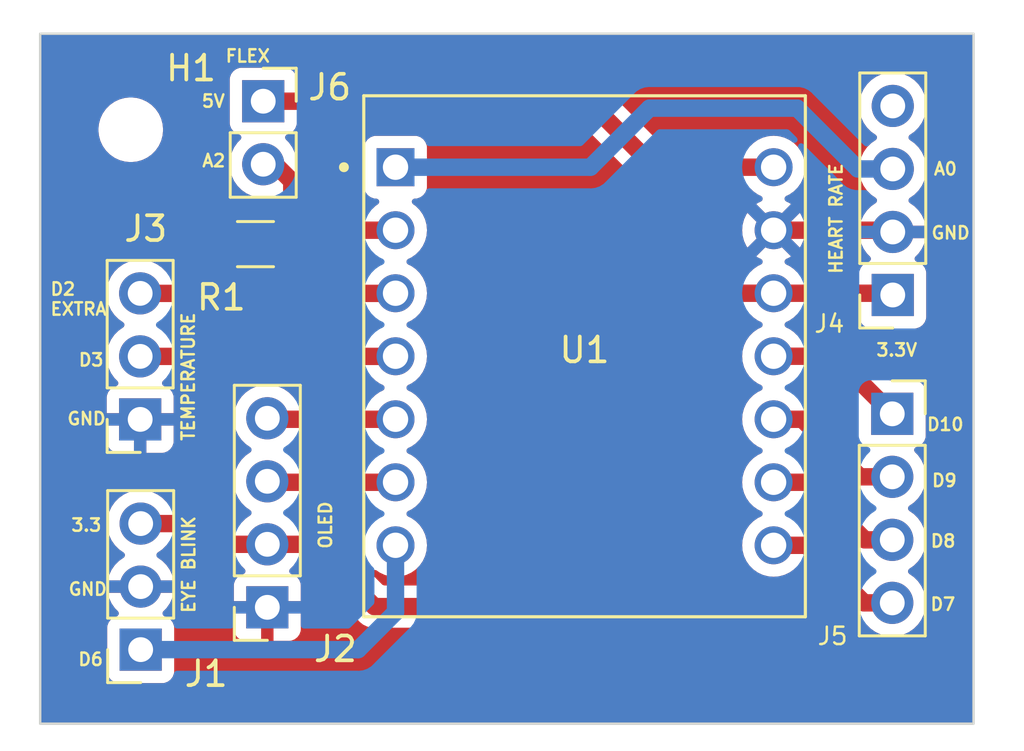
<source format=kicad_pcb>
(kicad_pcb (version 20221018) (generator pcbnew)
  (title_block (title "A!G ") (rev "A!G") (company "A!G"))
  (layers (0 "F.Cu" signal) (31 "B.Cu" signal) (34 "B.Paste" user) (35 "F.Paste" user) (36 "B.SilkS" user "B.Silkscreen") (37 "F.SilkS" user "F.Silkscreen") (38 "B.Mask" user) (39 "F.Mask" user) (44 "Edge.Cuts" user))
  (net 0 "")
  (net 1 "EXTRA D6")
  (net 2 "GND")
  (net 3 "POWER 3.3V")
  (net 4 "SDL D5")
  (net 5 "SDA D4")
  (net 6 "TEMP D3")
  (net 7 "EXTRA D2")
  (net 8 "DATA A0")
  (net 10 "EXTRA D10")
  (net 11 "EXTRA D9")
  (net 12 "EXTRA D8")
  (net 13 "EXTRA D7")
  (net 14 "POWER 5V")
  (net 15 "ANALOG A2")
  (footprint "Resistor_SMD:R_1206_3216Metric" (layer "F.Cu") (at 85.4875 104.42 180)
    (fp_text reference "R1" (at 1.3775 -2.15) (layer "F.SilkS"))
    (fp_text value "47K")
    (fp_line (start -0.727064 -0.91) (end 0.727064 -0.91) (stroke (width 0.12)) (layer "F.SilkS"))
    (fp_line (start -0.727064 0.91) (end 0.727064 0.91) (stroke (width 0.12)) (layer "F.SilkS"))
    (pad "1" smd roundrect (at -1.4625 0 180) (size 1.125 1.75) (layers "F.Cu" "F.Paste" "F.Mask") (roundrect_rratio 0.222222) (net 15 "ANALOG A2"))
    (pad "2" smd roundrect (at 1.4625 0 180) (size 1.125 1.75) (layers "F.Cu" "F.Paste" "F.Mask") (roundrect_rratio 0.222222) (net 2 "GND"))
  )
  (footprint "Connector_PinSocket_2.54mm:PinSocket_1x04_P2.54mm_Vertical" (layer "F.Cu") (at 111.155 111.26)
    (fp_text reference "J5" (at -2.405 8.96) (layer "F.SilkS") (effects (font (size 0.7 0.7) (thickness 0.1))))
    (fp_text value "EXTRA PINS")
    (fp_line (start -1.33 1.27) (end -1.33 8.95) (stroke (width 0.12)) (layer "F.SilkS"))
    (fp_line (start -1.33 1.27) (end 1.33 1.27) (stroke (width 0.12)) (layer "F.SilkS"))
    (fp_line (start -1.33 8.95) (end 1.33 8.95) (stroke (width 0.12)) (layer "F.SilkS"))
    (fp_line (start 0 -1.33) (end 1.33 -1.33) (stroke (width 0.12)) (layer "F.SilkS"))
    (fp_line (start 1.33 -1.33) (end 1.33 0) (stroke (width 0.12)) (layer "F.SilkS"))
    (fp_line (start 1.33 1.27) (end 1.33 8.95) (stroke (width 0.12)) (layer "F.SilkS"))
    (pad "1" thru_hole rect (at 0 0) (size 1.7 1.7) (drill 1) (layers "*.Cu" "*.Mask") (net 10 "EXTRA D10"))
    (pad "2" thru_hole oval (at 0 2.54) (size 1.7 1.7) (drill 1) (layers "*.Cu" "*.Mask") (net 11 "EXTRA D9"))
    (pad "3" thru_hole oval (at 0 5.08) (size 1.7 1.7) (drill 1) (layers "*.Cu" "*.Mask") (net 12 "EXTRA D8"))
    (pad "4" thru_hole oval (at 0 7.62) (size 1.7 1.7) (drill 1) (layers "*.Cu" "*.Mask") (net 13 "EXTRA D7"))
  )
  (footprint "MountingHole:MountingHole_2.1mm" (layer "F.Cu") (at 80.46 99.81)
    (fp_text reference "H1" (at 2.43 -2.48) (layer "F.SilkS"))
    (fp_text value "MountingHole" hide)
    (pad "" np_thru_hole circle (at 0 0) (size 2.1 2.1) (drill 2.1) (layers "*.Cu" "*.Mask"))
  )
  (footprint "Connector_PinSocket_2.54mm:PinSocket_1x04_P2.54mm_Vertical" (layer "F.Cu") (at 111.175 106.47 180)
    (fp_text reference "J4" (at 2.555 -1.16) (layer "F.SilkS") (effects (font (size 0.7 0.7) (thickness 0.1))))
    (fp_text value "HEART RATE")
    (fp_line (start -1.33 1.27) (end -1.33 8.95) (stroke (width 0.12)) (layer "F.SilkS"))
    (fp_line (start -1.33 1.27) (end 1.33 1.27) (stroke (width 0.12)) (layer "F.SilkS"))
    (fp_line (start -1.33 8.95) (end 1.33 8.95) (stroke (width 0.12)) (layer "F.SilkS"))
    (fp_line (start 0 -1.33) (end 1.33 -1.33) (stroke (width 0.12)) (layer "F.SilkS"))
    (fp_line (start 1.33 -1.33) (end 1.33 0) (stroke (width 0.12)) (layer "F.SilkS"))
    (fp_line (start 1.33 1.27) (end 1.33 8.95) (stroke (width 0.12)) (layer "F.SilkS"))
    (pad "1" thru_hole rect (at 0 0 180) (size 1.7 1.7) (drill 1) (layers "*.Cu" "*.Mask") (net 3 "POWER 3.3V"))
    (pad "2" thru_hole oval (at 0 2.54 180) (size 1.7 1.7) (drill 1) (layers "*.Cu" "*.Mask") (net 2 "GND"))
    (pad "3" thru_hole oval (at 0 5.08 180) (size 1.7 1.7) (drill 1) (layers "*.Cu" "*.Mask") (net 8 "DATA A0"))
    (pad "4" thru_hole oval (at 0 7.62 180) (size 1.7 1.7) (drill 1) (layers "*.Cu" "*.Mask"))
  )
  (footprint "xiao esp32:MODULE_102010388" (layer "F.Cu") (at 98.7525 108.94)
    (fp_text reference "U1" (at -0.0025 -0.25) (layer "F.SilkS"))
    (fp_text value "XIAO ESP32 A!G")
    (fp_line (start -8.9 -10.5) (end -8.9 10.5) (stroke (width 0.127)) (layer "F.SilkS"))
    (fp_line (start -8.9 10.5) (end 8.9 10.5) (stroke (width 0.127)) (layer "F.SilkS"))
    (fp_line (start 8.9 -10.5) (end -8.9 -10.5) (stroke (width 0.127)) (layer "F.SilkS"))
    (fp_line (start 8.9 10.5) (end 8.9 -10.5) (stroke (width 0.127)) (layer "F.SilkS"))
    (fp_circle (center -9.7 -7.62) (end -9.6 -7.62) (stroke (width 0.2)) (fill none) (layer "F.SilkS"))
    (pad "1" thru_hole rect (at -7.62 -7.62) (size 1.53 1.53) (drill 1.02) (layers "*.Cu" "*.Mask") (net 8 "DATA A0"))
    (pad "2" thru_hole circle (at -7.62 -5.08) (size 1.53 1.53) (drill 1.02) (layers "*.Cu" "*.Mask") (net 15 "ANALOG A2"))
    (pad "3" thru_hole circle (at -7.62 -2.54) (size 1.53 1.53) (drill 1.02) (layers "*.Cu" "*.Mask") (net 7 "EXTRA D2"))
    (pad "4" thru_hole circle (at -7.62 0) (size 1.53 1.53) (drill 1.02) (layers "*.Cu" "*.Mask") (net 6 "TEMP D3"))
    (pad "5" thru_hole circle (at -7.62 2.54) (size 1.53 1.53) (drill 1.02) (layers "*.Cu" "*.Mask") (net 5 "SDA D4"))
    (pad "6" thru_hole circle (at -7.62 5.08) (size 1.53 1.53) (drill 1.02) (layers "*.Cu" "*.Mask") (net 4 "SDL D5"))
    (pad "7" thru_hole circle (at -7.62 7.62) (size 1.53 1.53) (drill 1.02) (layers "*.Cu" "*.Mask") (net 1 "EXTRA D6"))
    (pad "8" thru_hole circle (at 7.62 7.62) (size 1.53 1.53) (drill 1.02) (layers "*.Cu" "*.Mask") (net 13 "EXTRA D7"))
    (pad "9" thru_hole circle (at 7.62 5.08) (size 1.53 1.53) (drill 1.02) (layers "*.Cu" "*.Mask") (net 12 "EXTRA D8"))
    (pad "10" thru_hole circle (at 7.62 2.54) (size 1.53 1.53) (drill 1.02) (layers "*.Cu" "*.Mask") (net 11 "EXTRA D9"))
    (pad "11" thru_hole circle (at 7.62 0) (size 1.53 1.53) (drill 1.02) (layers "*.Cu" "*.Mask") (net 10 "EXTRA D10"))
    (pad "12" thru_hole circle (at 7.62 -2.54) (size 1.53 1.53) (drill 1.02) (layers "*.Cu" "*.Mask") (net 3 "POWER 3.3V"))
    (pad "13" thru_hole circle (at 7.62 -5.08) (size 1.53 1.53) (drill 1.02) (layers "*.Cu" "*.Mask") (net 2 "GND"))
    (pad "14" thru_hole circle (at 7.62 -7.62) (size 1.53 1.53) (drill 1.02) (layers "*.Cu" "*.Mask") (net 14 "POWER 5V"))
  )
  (footprint "Connector_PinSocket_2.54mm:PinSocket_1x04_P2.54mm_Vertical" (layer "F.Cu") (at 85.965 119.06 180)
    (fp_text reference "J2" (at -2.745 -1.68) (layer "F.SilkS"))
    (fp_text value "OLED 128*64")
    (fp_line (start -1.33 1.27) (end -1.33 8.95) (stroke (width 0.12)) (layer "F.SilkS"))
    (fp_line (start -1.33 1.27) (end 1.33 1.27) (stroke (width 0.12)) (layer "F.SilkS"))
    (fp_line (start -1.33 8.95) (end 1.33 8.95) (stroke (width 0.12)) (layer "F.SilkS"))
    (fp_line (start 0 -1.33) (end 1.33 -1.33) (stroke (width 0.12)) (layer "F.SilkS"))
    (fp_line (start 1.33 -1.33) (end 1.33 0) (stroke (width 0.12)) (layer "F.SilkS"))
    (fp_line (start 1.33 1.27) (end 1.33 8.95) (stroke (width 0.12)) (layer "F.SilkS"))
    (pad "1" thru_hole rect (at 0 0 180) (size 1.7 1.7) (drill 1) (layers "*.Cu" "*.Mask") (net 2 "GND"))
    (pad "2" thru_hole oval (at 0 2.54 180) (size 1.7 1.7) (drill 1) (layers "*.Cu" "*.Mask") (net 3 "POWER 3.3V"))
    (pad "3" thru_hole oval (at 0 5.08 180) (size 1.7 1.7) (drill 1) (layers "*.Cu" "*.Mask") (net 4 "SDL D5"))
    (pad "4" thru_hole oval (at 0 7.62 180) (size 1.7 1.7) (drill 1) (layers "*.Cu" "*.Mask") (net 5 "SDA D4"))
  )
  (footprint "Connector_PinSocket_2.54mm:PinSocket_1x03_P2.54mm_Vertical" (layer "F.Cu") (at 80.84 111.485 180)
    (fp_text reference "J3" (at -0.225 7.685) (layer "F.SilkS"))
    (fp_text value "TEMPERATURE")
    (fp_line (start -1.33 1.27) (end -1.33 6.41) (stroke (width 0.12)) (layer "F.SilkS"))
    (fp_line (start -1.33 1.27) (end 1.33 1.27) (stroke (width 0.12)) (layer "F.SilkS"))
    (fp_line (start -1.33 6.41) (end 1.33 6.41) (stroke (width 0.12)) (layer "F.SilkS"))
    (fp_line (start 0 -1.33) (end 1.33 -1.33) (stroke (width 0.12)) (layer "F.SilkS"))
    (fp_line (start 1.33 -1.33) (end 1.33 0) (stroke (width 0.12)) (layer "F.SilkS"))
    (fp_line (start 1.33 1.27) (end 1.33 6.41) (stroke (width 0.12)) (layer "F.SilkS"))
    (pad "1" thru_hole rect (at 0 0 180) (size 1.7 1.7) (drill 1) (layers "*.Cu" "*.Mask") (net 2 "GND"))
    (pad "2" thru_hole oval (at 0 2.54 180) (size 1.7 1.7) (drill 1) (layers "*.Cu" "*.Mask") (net 6 "TEMP D3"))
    (pad "3" thru_hole oval (at 0 5.08 180) (size 1.7 1.7) (drill 1) (layers "*.Cu" "*.Mask") (net 7 "EXTRA D2"))
  )
  (footprint "Connector_PinSocket_2.54mm:PinSocket_1x03_P2.54mm_Vertical" (layer "F.Cu") (at 80.86 120.765 180)
    (fp_text reference "J1" (at -2.64 -0.975) (layer "F.SilkS"))
    (fp_text value "EYE BLINK")
    (fp_line (start -1.33 1.27) (end -1.33 6.41) (stroke (width 0.12)) (layer "F.SilkS"))
    (fp_line (start -1.33 1.27) (end 1.33 1.27) (stroke (width 0.12)) (layer "F.SilkS"))
    (fp_line (start -1.33 6.41) (end 1.33 6.41) (stroke (width 0.12)) (layer "F.SilkS"))
    (fp_line (start 0 -1.33) (end 1.33 -1.33) (stroke (width 0.12)) (layer "F.SilkS"))
    (fp_line (start 1.33 -1.33) (end 1.33 0) (stroke (width 0.12)) (layer "F.SilkS"))
    (fp_line (start 1.33 1.27) (end 1.33 6.41) (stroke (width 0.12)) (layer "F.SilkS"))
    (pad "1" thru_hole rect (at 0 0 180) (size 1.7 1.7) (drill 1) (layers "*.Cu" "*.Mask") (net 1 "EXTRA D6"))
    (pad "2" thru_hole oval (at 0 2.54 180) (size 1.7 1.7) (drill 1) (layers "*.Cu" "*.Mask") (net 2 "GND"))
    (pad "3" thru_hole oval (at 0 5.08 180) (size 1.7 1.7) (drill 1) (layers "*.Cu" "*.Mask") (net 3 "POWER 3.3V"))
  )
  (footprint "Connector_PinSocket_2.54mm:PinSocket_1x02_P2.54mm_Vertical" (layer "F.Cu") (at 85.8 98.66)
    (fp_text reference "J6" (at 2.68 -0.56) (layer "F.SilkS"))
    (fp_text value "FLEX")
    (fp_line (start -1.33 1.27) (end -1.33 3.87) (stroke (width 0.12)) (layer "F.SilkS"))
    (fp_line (start -1.33 1.27) (end 1.33 1.27) (stroke (width 0.12)) (layer "F.SilkS"))
    (fp_line (start -1.33 3.87) (end 1.33 3.87) (stroke (width 0.12)) (layer "F.SilkS"))
    (fp_line (start 0 -1.33) (end 1.33 -1.33) (stroke (width 0.12)) (layer "F.SilkS"))
    (fp_line (start 1.33 -1.33) (end 1.33 0) (stroke (width 0.12)) (layer "F.SilkS"))
    (fp_line (start 1.33 1.27) (end 1.33 3.87) (stroke (width 0.12)) (layer "F.SilkS"))
    (pad "1" thru_hole rect (at 0 0) (size 1.7 1.7) (drill 1) (layers "*.Cu" "*.Mask") (net 14 "POWER 5V"))
    (pad "2" thru_hole oval (at 0 2.54) (size 1.7 1.7) (drill 1) (layers "*.Cu" "*.Mask") (net 15 "ANALOG A2"))
  )
  (gr_rect (start 76.81 95.94) (end 114.43 123.75) (stroke (width 0.1)) (fill none) (layer "Edge.Cuts"))
  (gr_text "D7" (at 112.64 119.23) (layer "F.SilkS") (effects (font (size 0.5 0.5) (thickness 0.1) bold) (justify left bottom)))
  (gr_text "D3\n" (at 78.31 109.38) (layer "F.SilkS") (effects (font (size 0.5 0.5) (thickness 0.1) bold) (justify left bottom)))
  (gr_text "HEART RATE" (at 109.18 105.67 90) (layer "F.SilkS") (effects (font (size 0.5 0.5) (thickness 0.1) bold) (justify left bottom)))
  (gr_text "D8" (at 112.65 116.68) (layer "F.SilkS") (effects (font (size 0.5 0.5) (thickness 0.1) bold) (justify left bottom)))
  (gr_text locked "3.3V" (at 110.46 108.98) (layer "F.SilkS") (effects (font (size 0.5 0.5) (thickness 0.1) bold) (justify left bottom)))
  (gr_text "GND" (at 77.9 118.62) (layer "F.SilkS") (effects (font (size 0.5 0.5) (thickness 0.1)) (justify left bottom)))
  (gr_text "EYE BLINK" (at 83.09 119.34 90) (layer "F.SilkS") (effects (font (size 0.5 0.5) (thickness 0.1) bold) (justify left bottom)))
  (gr_text "D10" (at 112.5 111.98) (layer "F.SilkS") (effects (font (size 0.5 0.5) (thickness 0.1) bold) (justify left bottom)))
  (gr_text "FLEX" (at 84.23 97.13) (layer "F.SilkS") (effects (font (size 0.5 0.5) (thickness 0.1) bold) (justify left bottom)))
  (gr_text "D2 \nEXTRA" (at 77.17 107.33) (layer "F.SilkS") (effects (font (size 0.5 0.5) (thickness 0.1) bold) (justify left bottom)))
  (gr_text "A0" (at 112.78 101.68) (layer "F.SilkS") (effects (font (size 0.5 0.5) (thickness 0.1) bold) (justify left bottom)))
  (gr_text "5V" (at 83.27 98.95) (layer "F.SilkS") (effects (font (size 0.5 0.5) (thickness 0.1) bold) (justify left bottom)))
  (gr_text "3.3" (at 78.01 116.04) (layer "F.SilkS") (effects (font (size 0.5 0.5) (thickness 0.1) bold) (justify left bottom)))
  (gr_text "GND" (at 112.68 104.26) (layer "F.SilkS") (effects (font (size 0.5 0.5) (thickness 0.1) bold) (justify left bottom)))
  (gr_text "D6" (at 78.29 121.45) (layer "F.SilkS") (effects (font (size 0.5 0.5) (thickness 0.1) bold) (justify left bottom)))
  (gr_text "TEMPERATURE" (at 83.07 112.4 90) (layer "F.SilkS") (effects (font (size 0.5 0.5) (thickness 0.1) bold) (justify left bottom)))
  (gr_text "OLED" (at 88.6 116.75 90) (layer "F.SilkS") (effects (font (size 0.5 0.5) (thickness 0.1) bold) (justify left bottom)))
  (gr_text "A2" (at 83.29 101.35) (layer "F.SilkS") (effects (font (size 0.5 0.5) (thickness 0.1) bold) (justify left bottom)))
  (gr_text "D9" (at 112.7 114.24) (layer "F.SilkS") (effects (font (size 0.5 0.5) (thickness 0.1) bold) (justify left bottom)))
  (gr_text "GND" (at 77.85 111.75) (layer "F.SilkS") (effects (font (size 0.5 0.5) (thickness 0.1)) (justify left bottom)))
  (segment (start 91.1325 116.56) (end 91.1325 119.2575) (width 0.7) (layer "B.Cu") (net 1))
  (segment (start 91.1325 119.2575) (end 89.625 120.765) (width 0.7) (layer "B.Cu") (net 1))
  (segment (start 89.625 120.765) (end 80.86 120.765) (width 0.7) (layer "B.Cu") (net 1))
  (segment (start 106.3725 103.86) (end 111.105 103.86) (width 0.7) (layer "F.Cu") (net 2))
  (segment (start 111.105 103.86) (end 111.175 103.93) (width 0.7) (layer "F.Cu") (net 2))
  (segment (start 111.105 106.4) (end 111.175 106.47) (width 0.7) (layer "F.Cu") (net 3))
  (segment (start 93.78 119.03) (end 90.28 119.03) (width 0.7) (layer "F.Cu") (net 3))
  (segment (start 101.28 106.4) (end 101.26 106.38) (width 0.7) (layer "F.Cu") (net 3))
  (segment (start 101.26 106.38) (end 95.87 111.77) (width 0.7) (layer "F.Cu") (net 3))
  (segment (start 87.77 116.52) (end 85.965 116.52) (width 0.7) (layer "F.Cu") (net 3))
  (segment (start 90.28 119.03) (end 87.77 116.52) (width 0.7) (layer "F.Cu") (net 3))
  (segment (start 106.3725 106.4) (end 101.28 106.4) (width 0.7) (layer "F.Cu") (net 3))
  (segment (start 83.73 116.52) (end 85.965 116.52) (width 0.7) (layer "F.Cu") (net 3))
  (segment (start 106.3725 106.4) (end 111.105 106.4) (width 0.7) (layer "F.Cu") (net 3))
  (segment (start 95.87 111.77) (end 95.87 116.94) (width 0.7) (layer "F.Cu") (net 3))
  (segment (start 80.86 115.685) (end 82.895 115.685) (width 0.7) (layer "F.Cu") (net 3))
  (segment (start 82.895 115.685) (end 83.73 116.52) (width 0.7) (layer "F.Cu") (net 3))
  (segment (start 95.87 116.94) (end 93.78 119.03) (width 0.7) (layer "F.Cu") (net 3))
  (segment (start 91.1325 114.02) (end 86.005 114.02) (width 0.7) (layer "F.Cu") (net 4))
  (segment (start 86.005 114.02) (end 85.965 113.98) (width 0.7) (layer "F.Cu") (net 4))
  (segment (start 86.005 111.48) (end 85.965 111.44) (width 0.7) (layer "F.Cu") (net 5))
  (segment (start 91.1325 111.48) (end 86.005 111.48) (width 0.7) (layer "F.Cu") (net 5))
  (segment (start 80.84 108.945) (end 91.1275 108.945) (width 0.7) (layer "F.Cu") (net 6))
  (segment (start 91.1275 108.945) (end 91.1325 108.94) (width 0.7) (layer "F.Cu") (net 6))
  (segment (start 80.84 106.405) (end 91.1275 106.405) (width 0.7) (layer "F.Cu") (net 7))
  (segment (start 91.1275 106.405) (end 91.1325 106.4) (width 0.7) (layer "F.Cu") (net 7))
  (segment (start 91.1325 101.32) (end 98.99 101.32) (width 0.7) (layer "B.Cu") (net 8))
  (segment (start 107.32 98.94) (end 109.77 101.39) (width 0.7) (layer "B.Cu") (net 8))
  (segment (start 98.99 101.32) (end 101.37 98.94) (width 0.7) (layer "B.Cu") (net 8))
  (segment (start 109.77 101.39) (end 111.175 101.39) (width 0.7) (layer "B.Cu") (net 8))
  (segment (start 101.37 98.94) (end 107.32 98.94) (width 0.7) (layer "B.Cu") (net 8))
  (segment (start 106.3725 108.94) (end 108.835 108.94) (width 0.7) (layer "F.Cu") (net 10))
  (segment (start 108.835 108.94) (end 111.155 111.26) (width 0.7) (layer "F.Cu") (net 10))
  (segment (start 107.53 111.48) (end 109.85 113.8) (width 0.7) (layer "F.Cu") (net 11))
  (segment (start 106.3725 111.48) (end 107.53 111.48) (width 0.7) (layer "F.Cu") (net 11))
  (segment (start 109.85 113.8) (end 111.155 113.8) (width 0.7) (layer "F.Cu") (net 11))
  (segment (start 107.73 114.02) (end 110.05 116.34) (width 0.7) (layer "F.Cu") (net 12))
  (segment (start 106.3725 114.02) (end 107.73 114.02) (width 0.7) (layer "F.Cu") (net 12))
  (segment (start 110.05 116.34) (end 111.155 116.34) (width 0.7) (layer "F.Cu") (net 12))
  (segment (start 106.3725 116.56) (end 107.7 116.56) (width 0.7) (layer "F.Cu") (net 13))
  (segment (start 110.02 118.88) (end 111.155 118.88) (width 0.7) (layer "F.Cu") (net 13))
  (segment (start 107.7 116.56) (end 110.02 118.88) (width 0.7) (layer "F.Cu") (net 13))
  (segment (start 106.3725 101.32) (end 101.57 101.32) (width 0.7) (layer "F.Cu") (net 14))
  (segment (start 98.91 98.66) (end 85.8 98.66) (width 0.7) (layer "F.Cu") (net 14))
  (segment (start 101.57 101.32) (end 98.91 98.66) (width 0.7) (layer "F.Cu") (net 14))
  (segment (start 91.1325 103.86) (end 89.54 103.86) (width 0.7) (layer "F.Cu") (net 15))
  (segment (start 88.98 104.42) (end 86.95 104.42) (width 0.7) (layer "F.Cu") (net 15))
  (segment (start 86.27 101.2) (end 86.95 101.88) (width 0.7) (layer "F.Cu") (net 15))
  (segment (start 86.95 101.88) (end 86.95 104.42) (width 0.7) (layer "F.Cu") (net 15))
  (segment (start 85.8 101.2) (end 86.27 101.2) (width 0.7) (layer "F.Cu") (net 15))
  (segment (start 89.54 103.86) (end 88.98 104.42) (width 0.7) (layer "F.Cu") (net 15))
  (zone (net 2) (net_name "GND") (layers "F&B.Cu") (connect_pads (clearance 0.5)) (min_thickness 0.25) (fill yes (thermal_gap 0.5) (thermal_bridge_width 0.5))
    (polygon (pts (xy 75.36 94.67) (xy 75.19 124.78) (xy 116.47 124.86) (xy 116.07 94.58)))
  )
)
</source>
